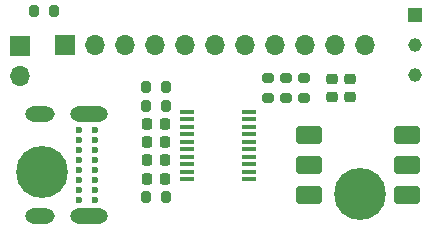
<source format=gts>
%TF.GenerationSoftware,KiCad,Pcbnew,(6.0.2)*%
%TF.CreationDate,2022-05-02T21:41:20-07:00*%
%TF.ProjectId,hcms_dot_display_bottom,68636d73-5f64-46f7-945f-646973706c61,rev?*%
%TF.SameCoordinates,Original*%
%TF.FileFunction,Soldermask,Top*%
%TF.FilePolarity,Negative*%
%FSLAX46Y46*%
G04 Gerber Fmt 4.6, Leading zero omitted, Abs format (unit mm)*
G04 Created by KiCad (PCBNEW (6.0.2)) date 2022-05-02 21:41:20*
%MOMM*%
%LPD*%
G01*
G04 APERTURE LIST*
G04 Aperture macros list*
%AMRoundRect*
0 Rectangle with rounded corners*
0 $1 Rounding radius*
0 $2 $3 $4 $5 $6 $7 $8 $9 X,Y pos of 4 corners*
0 Add a 4 corners polygon primitive as box body*
4,1,4,$2,$3,$4,$5,$6,$7,$8,$9,$2,$3,0*
0 Add four circle primitives for the rounded corners*
1,1,$1+$1,$2,$3*
1,1,$1+$1,$4,$5*
1,1,$1+$1,$6,$7*
1,1,$1+$1,$8,$9*
0 Add four rect primitives between the rounded corners*
20,1,$1+$1,$2,$3,$4,$5,0*
20,1,$1+$1,$4,$5,$6,$7,0*
20,1,$1+$1,$6,$7,$8,$9,0*
20,1,$1+$1,$8,$9,$2,$3,0*%
G04 Aperture macros list end*
%ADD10RoundRect,0.152000X0.923000X-0.608000X0.923000X0.608000X-0.923000X0.608000X-0.923000X-0.608000X0*%
%ADD11R,1.200000X0.400000*%
%ADD12RoundRect,0.225000X0.225000X0.250000X-0.225000X0.250000X-0.225000X-0.250000X0.225000X-0.250000X0*%
%ADD13RoundRect,0.200000X-0.275000X0.200000X-0.275000X-0.200000X0.275000X-0.200000X0.275000X0.200000X0*%
%ADD14RoundRect,0.200000X0.200000X0.275000X-0.200000X0.275000X-0.200000X-0.275000X0.200000X-0.275000X0*%
%ADD15R,1.700000X1.700000*%
%ADD16O,1.700000X1.700000*%
%ADD17RoundRect,0.225000X-0.250000X0.225000X-0.250000X-0.225000X0.250000X-0.225000X0.250000X0.225000X0*%
%ADD18R,1.160000X1.160000*%
%ADD19C,1.160000*%
%ADD20C,0.600000*%
%ADD21O,3.200000X1.300000*%
%ADD22O,2.500000X1.300000*%
%ADD23RoundRect,0.200000X-0.200000X-0.275000X0.200000X-0.275000X0.200000X0.275000X-0.200000X0.275000X0*%
%ADD24C,0.700000*%
%ADD25C,4.400000*%
G04 APERTURE END LIST*
D10*
X188545000Y-127020000D03*
X188545000Y-124480000D03*
X188545000Y-121940000D03*
X196805000Y-121940000D03*
X196805000Y-124480000D03*
X196805000Y-127020000D03*
D11*
X183450000Y-125707500D03*
X183450000Y-125072500D03*
X183450000Y-124437500D03*
X183450000Y-123802500D03*
X183450000Y-123167500D03*
X183450000Y-122532500D03*
X183450000Y-121897500D03*
X183450000Y-121262500D03*
X183450000Y-120627500D03*
X183450000Y-119992500D03*
X178250000Y-119992500D03*
X178250000Y-120627500D03*
X178250000Y-121262500D03*
X178250000Y-121897500D03*
X178250000Y-122532500D03*
X178250000Y-123167500D03*
X178250000Y-123802500D03*
X178250000Y-124437500D03*
X178250000Y-125072500D03*
X178250000Y-125707500D03*
D12*
X176375000Y-125650000D03*
X174825000Y-125650000D03*
D13*
X186600000Y-117150000D03*
X186600000Y-118800000D03*
D12*
X176375000Y-122550000D03*
X174825000Y-122550000D03*
D14*
X166925000Y-111450000D03*
X165275000Y-111450000D03*
X176425000Y-119450000D03*
X174775000Y-119450000D03*
D15*
X164100000Y-114400000D03*
D16*
X164100000Y-116940000D03*
D12*
X176375000Y-121000000D03*
X174825000Y-121000000D03*
X176375000Y-124100000D03*
X174825000Y-124100000D03*
D17*
X192050000Y-117200000D03*
X192050000Y-118750000D03*
D13*
X185050000Y-117150000D03*
X185050000Y-118800000D03*
D18*
X197530000Y-111800000D03*
D19*
X197530000Y-114340000D03*
X197530000Y-116880000D03*
D13*
X188150000Y-117150000D03*
X188150000Y-118800000D03*
D14*
X176425000Y-117900000D03*
X174775000Y-117900000D03*
D20*
X170415000Y-121495000D03*
X170415000Y-122345000D03*
X170415000Y-123195000D03*
X170415000Y-124045000D03*
X170415000Y-124895000D03*
X170415000Y-125745000D03*
X170415000Y-126595000D03*
X170415000Y-127445000D03*
X169065000Y-127445000D03*
X169065000Y-126595000D03*
X169065000Y-125745000D03*
X169065000Y-124895000D03*
X169065000Y-124045000D03*
X169065000Y-123195000D03*
X169065000Y-122345000D03*
X169065000Y-121495000D03*
D21*
X169915000Y-120150000D03*
D22*
X165765000Y-120150000D03*
X165765000Y-128790000D03*
D21*
X169915000Y-128790000D03*
D17*
X190500000Y-117200000D03*
X190500000Y-118750000D03*
D15*
X167888000Y-114312000D03*
D16*
X170428000Y-114312000D03*
X172968000Y-114312000D03*
X175508000Y-114312000D03*
X178048000Y-114312000D03*
X180588000Y-114312000D03*
X183128000Y-114312000D03*
X185668000Y-114312000D03*
X188208000Y-114312000D03*
X190748000Y-114312000D03*
X193288000Y-114312000D03*
D23*
X174775000Y-127200000D03*
X176425000Y-127200000D03*
D24*
X194100000Y-128200000D03*
X191150000Y-126950000D03*
X194100000Y-125700000D03*
X191600000Y-128200000D03*
X192850000Y-125250000D03*
X192850000Y-128650000D03*
D25*
X192850000Y-126950000D03*
D24*
X194550000Y-126950000D03*
X191600000Y-125700000D03*
D25*
X165900000Y-125100000D03*
D24*
X167150000Y-126350000D03*
X167150000Y-123850000D03*
X164650000Y-126350000D03*
X164200000Y-125100000D03*
X165900000Y-126800000D03*
X164650000Y-123850000D03*
X167600000Y-125100000D03*
X165900000Y-123400000D03*
M02*

</source>
